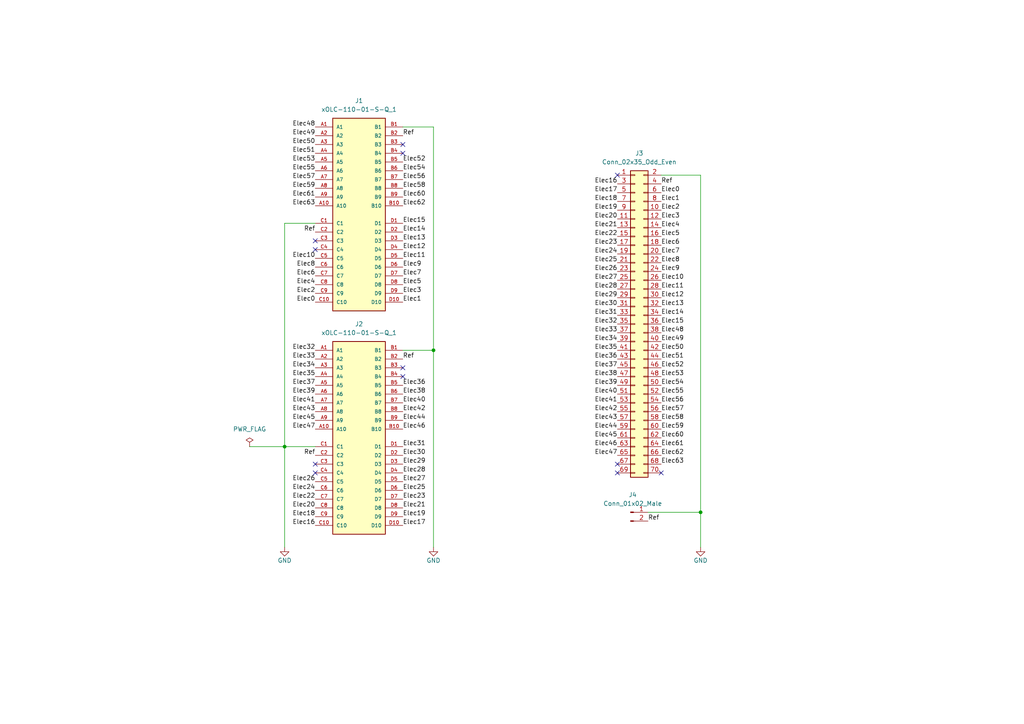
<source format=kicad_sch>
(kicad_sch (version 20231120) (generator "eeschema") (generator_version "8.0")
  (paper "A4")
  (title_block (title "EIB for Neuronexus A64 probes") (rev "B") (company "Open Ephys, Inc.") (comment 1 "Jonathan P. Newman"))
  (lib_symbols
    (symbol "Connector:Conn_01x02_Male" (pin_names (offset 1.016) hide)
      (property "Reference" "J" (at 0 2.54 0))
      (property "Value" "Conn_01x02_Male" (at 0 -5.08 0))
      (symbol "Conn_01x02_Male_1_1"
        (polyline (pts (xy 1.27 -2.54) (xy 0.8636 -2.54)) (stroke (width 0.1524)))
        (polyline (pts (xy 1.27 0) (xy 0.8636 0)) (stroke (width 0.1524)))
        (rectangle (start 0.8636 -2.413) (end 0 -2.667) (stroke (width 0.1524)) (fill (type outline)))
        (rectangle (start 0.8636 0.127) (end 0 -0.127) (stroke (width 0.1524)) (fill (type outline)))
        (pin passive line (at 5.08 0 180) (length 3.81) (name "Pin_1") (number "1"))
        (pin passive line (at 5.08 -2.54 180) (length 3.81) (name "Pin_2") (number "2"))
      )
    )
    (symbol "Connector_Generic:Conn_02x35_Odd_Even" (pin_names (offset 1.016) hide)
      (property "Reference" "J" (at 1.27 45.72 0))
      (property "Value" "Conn_02x35_Odd_Even" (at 1.27 -45.72 0))
      (symbol "Conn_02x35_Odd_Even_1_1"
        (rectangle (start -1.27 -43.053) (end 0 -43.307) (stroke (width 0.1524)))
        (rectangle (start -1.27 -40.513) (end 0 -40.767) (stroke (width 0.1524)))
        (rectangle (start -1.27 -37.973) (end 0 -38.227) (stroke (width 0.1524)))
        (rectangle (start -1.27 -35.433) (end 0 -35.687) (stroke (width 0.1524)))
        (rectangle (start -1.27 -32.893) (end 0 -33.147) (stroke (width 0.1524)))
        (rectangle (start -1.27 -30.353) (end 0 -30.607) (stroke (width 0.1524)))
        (rectangle (start -1.27 -27.813) (end 0 -28.067) (stroke (width 0.1524)))
        (rectangle (start -1.27 -25.273) (end 0 -25.527) (stroke (width 0.1524)))
        (rectangle (start -1.27 -22.733) (end 0 -22.987) (stroke (width 0.1524)))
        (rectangle (start -1.27 -20.193) (end 0 -20.447) (stroke (width 0.1524)))
        (rectangle (start -1.27 -17.653) (end 0 -17.907) (stroke (width 0.1524)))
        (rectangle (start -1.27 -15.113) (end 0 -15.367) (stroke (width 0.1524)))
        (rectangle (start -1.27 -12.573) (end 0 -12.827) (stroke (width 0.1524)))
        (rectangle (start -1.27 -10.033) (end 0 -10.287) (stroke (width 0.1524)))
        (rectangle (start -1.27 -7.493) (end 0 -7.747) (stroke (width 0.1524)))
        (rectangle (start -1.27 -4.953) (end 0 -5.207) (stroke (width 0.1524)))
        (rectangle (start -1.27 -2.413) (end 0 -2.667) (stroke (width 0.1524)))
        (rectangle (start -1.27 0.127) (end 0 -0.127) (stroke (width 0.1524)))
        (rectangle (start -1.27 2.667) (end 0 2.413) (stroke (width 0.1524)))
        (rectangle (start -1.27 5.207) (end 0 4.953) (stroke (width 0.1524)))
        (rectangle (start -1.27 7.747) (end 0 7.493) (stroke (width 0.1524)))
        (rectangle (start -1.27 10.287) (end 0 10.033) (stroke (width 0.1524)))
        (rectangle (start -1.27 12.827) (end 0 12.573) (stroke (width 0.1524)))
        (rectangle (start -1.27 15.367) (end 0 15.113) (stroke (width 0.1524)))
        (rectangle (start -1.27 17.907) (end 0 17.653) (stroke (width 0.1524)))
        (rectangle (start -1.27 20.447) (end 0 20.193) (stroke (width 0.1524)))
        (rectangle (start -1.27 22.987) (end 0 22.733) (stroke (width 0.1524)))
        (rectangle (start -1.27 25.527) (end 0 25.273) (stroke (width 0.1524)))
        (rectangle (start -1.27 28.067) (end 0 27.813) (stroke (width 0.1524)))
        (rectangle (start -1.27 30.607) (end 0 30.353) (stroke (width 0.1524)))
        (rectangle (start -1.27 33.147) (end 0 32.893) (stroke (width 0.1524)))
        (rectangle (start -1.27 35.687) (end 0 35.433) (stroke (width 0.1524)))
        (rectangle (start -1.27 38.227) (end 0 37.973) (stroke (width 0.1524)))
        (rectangle (start -1.27 40.767) (end 0 40.513) (stroke (width 0.1524)))
        (rectangle (start -1.27 43.307) (end 0 43.053) (stroke (width 0.1524)))
        (rectangle (start -1.27 44.45) (end 3.81 -44.45) (stroke (width 0.254)) (fill (type background)))
        (rectangle (start 3.81 -43.053) (end 2.54 -43.307) (stroke (width 0.1524)))
        (rectangle (start 3.81 -40.513) (end 2.54 -40.767) (stroke (width 0.1524)))
        (rectangle (start 3.81 -37.973) (end 2.54 -38.227) (stroke (width 0.1524)))
        (rectangle (start 3.81 -35.433) (end 2.54 -35.687) (stroke (width 0.1524)))
        (rectangle (start 3.81 -32.893) (end 2.54 -33.147) (stroke (width 0.1524)))
        (rectangle (start 3.81 -30.353) (end 2.54 -30.607) (stroke (width 0.1524)))
        (rectangle (start 3.81 -27.813) (end 2.54 -28.067) (stroke (width 0.1524)))
        (rectangle (start 3.81 -25.273) (end 2.54 -25.527) (stroke (width 0.1524)))
        (rectangle (start 3.81 -22.733) (end 2.54 -22.987) (stroke (width 0.1524)))
        (rectangle (start 3.81 -20.193) (end 2.54 -20.447) (stroke (width 0.1524)))
        (rectangle (start 3.81 -17.653) (end 2.54 -17.907) (stroke (width 0.1524)))
        (rectangle (start 3.81 -15.113) (end 2.54 -15.367) (stroke (width 0.1524)))
        (rectangle (start 3.81 -12.573) (end 2.54 -12.827) (stroke (width 0.1524)))
        (rectangle (start 3.81 -10.033) (end 2.54 -10.287) (stroke (width 0.1524)))
        (rectangle (start 3.81 -7.493) (end 2.54 -7.747) (stroke (width 0.1524)))
        (rectangle (start 3.81 -4.953) (end 2.54 -5.207) (stroke (width 0.1524)))
        (rectangle (start 3.81 -2.413) (end 2.54 -2.667) (stroke (width 0.1524)))
        (rectangle (start 3.81 0.127) (end 2.54 -0.127) (stroke (width 0.1524)))
        (rectangle (start 3.81 2.667) (end 2.54 2.413) (stroke (width 0.1524)))
        (rectangle (start 3.81 5.207) (end 2.54 4.953) (stroke (width 0.1524)))
        (rectangle (start 3.81 7.747) (end 2.54 7.493) (stroke (width 0.1524)))
        (rectangle (start 3.81 10.287) (end 2.54 10.033) (stroke (width 0.1524)))
        (rectangle (start 3.81 12.827) (end 2.54 12.573) (stroke (width 0.1524)))
        (rectangle (start 3.81 15.367) (end 2.54 15.113) (stroke (width 0.1524)))
        (rectangle (start 3.81 17.907) (end 2.54 17.653) (stroke (width 0.1524)))
        (rectangle (start 3.81 20.447) (end 2.54 20.193) (stroke (width 0.1524)))
        (rectangle (start 3.81 22.987) (end 2.54 22.733) (stroke (width 0.1524)))
        (rectangle (start 3.81 25.527) (end 2.54 25.273) (stroke (width 0.1524)))
        (rectangle (start 3.81 28.067) (end 2.54 27.813) (stroke (width 0.1524)))
        (rectangle (start 3.81 30.607) (end 2.54 30.353) (stroke (width 0.1524)))
        (rectangle (start 3.81 33.147) (end 2.54 32.893) (stroke (width 0.1524)))
        (rectangle (start 3.81 35.687) (end 2.54 35.433) (stroke (width 0.1524)))
        (rectangle (start 3.81 38.227) (end 2.54 37.973) (stroke (width 0.1524)))
        (rectangle (start 3.81 40.767) (end 2.54 40.513) (stroke (width 0.1524)))
        (rectangle (start 3.81 43.307) (end 2.54 43.053) (stroke (width 0.1524)))
        (pin passive line (at -5.08 43.18 0) (length 3.81) (name "Pin_1") (number "1"))
        (pin passive line (at 7.62 33.02 180) (length 3.81) (name "Pin_10") (number "10"))
        (pin passive line (at -5.08 30.48 0) (length 3.81) (name "Pin_11") (number "11"))
        (pin passive line (at 7.62 30.48 180) (length 3.81) (name "Pin_12") (number "12"))
        (pin passive line (at -5.08 27.94 0) (length 3.81) (name "Pin_13") (number "13"))
        (pin passive line (at 7.62 27.94 180) (length 3.81) (name "Pin_14") (number "14"))
        (pin passive line (at -5.08 25.4 0) (length 3.81) (name "Pin_15") (number "15"))
        (pin passive line (at 7.62 25.4 180) (length 3.81) (name "Pin_16") (number "16"))
        (pin passive line (at -5.08 22.86 0) (length 3.81) (name "Pin_17") (number "17"))
        (pin passive line (at 7.62 22.86 180) (length 3.81) (name "Pin_18") (number "18"))
        (pin passive line (at -5.08 20.32 0) (length 3.81) (name "Pin_19") (number "19"))
        (pin passive line (at 7.62 43.18 180) (length 3.81) (name "Pin_2") (number "2"))
        (pin passive line (at 7.62 20.32 180) (length 3.81) (name "Pin_20") (number "20"))
        (pin passive line (at -5.08 17.78 0) (length 3.81) (name "Pin_21") (number "21"))
        (pin passive line (at 7.62 17.78 180) (length 3.81) (name "Pin_22") (number "22"))
        (pin passive line (at -5.08 15.24 0) (length 3.81) (name "Pin_23") (number "23"))
        (pin passive line (at 7.62 15.24 180) (length 3.81) (name "Pin_24") (number "24"))
        (pin passive line (at -5.08 12.7 0) (length 3.81) (name "Pin_25") (number "25"))
        (pin passive line (at 7.62 12.7 180) (length 3.81) (name "Pin_26") (number "26"))
        (pin passive line (at -5.08 10.16 0) (length 3.81) (name "Pin_27") (number "27"))
        (pin passive line (at 7.62 10.16 180) (length 3.81) (name "Pin_28") (number "28"))
        (pin passive line (at -5.08 7.62 0) (length 3.81) (name "Pin_29") (number "29"))
        (pin passive line (at -5.08 40.64 0) (length 3.81) (name "Pin_3") (number "3"))
        (pin passive line (at 7.62 7.62 180) (length 3.81) (name "Pin_30") (number "30"))
        (pin passive line (at -5.08 5.08 0) (length 3.81) (name "Pin_31") (number "31"))
        (pin passive line (at 7.62 5.08 180) (length 3.81) (name "Pin_32") (number "32"))
        (pin passive line (at -5.08 2.54 0) (length 3.81) (name "Pin_33") (number "33"))
        (pin passive line (at 7.62 2.54 180) (length 3.81) (name "Pin_34") (number "34"))
        (pin passive line (at -5.08 0 0) (length 3.81) (name "Pin_35") (number "35"))
        (pin passive line (at 7.62 0 180) (length 3.81) (name "Pin_36") (number "36"))
        (pin passive line (at -5.08 -2.54 0) (length 3.81) (name "Pin_37") (number "37"))
        (pin passive line (at 7.62 -2.54 180) (length 3.81) (name "Pin_38") (number "38"))
        (pin passive line (at -5.08 -5.08 0) (length 3.81) (name "Pin_39") (number "39"))
        (pin passive line (at 7.62 40.64 180) (length 3.81) (name "Pin_4") (number "4"))
        (pin passive line (at 7.62 -5.08 180) (length 3.81) (name "Pin_40") (number "40"))
        (pin passive line (at -5.08 -7.62 0) (length 3.81) (name "Pin_41") (number "41"))
        (pin passive line (at 7.62 -7.62 180) (length 3.81) (name "Pin_42") (number "42"))
        (pin passive line (at -5.08 -10.16 0) (length 3.81) (name "Pin_43") (number "43"))
        (pin passive line (at 7.62 -10.16 180) (length 3.81) (name "Pin_44") (number "44"))
        (pin passive line (at -5.08 -12.7 0) (length 3.81) (name "Pin_45") (number "45"))
        (pin passive line (at 7.62 -12.7 180) (length 3.81) (name "Pin_46") (number "46"))
        (pin passive line (at -5.08 -15.24 0) (length 3.81) (name "Pin_47") (number "47"))
        (pin passive line (at 7.62 -15.24 180) (length 3.81) (name "Pin_48") (number "48"))
        (pin passive line (at -5.08 -17.78 0) (length 3.81) (name "Pin_49") (number "49"))
        (pin passive line (at -5.08 38.1 0) (length 3.81) (name "Pin_5") (number "5"))
        (pin passive line (at 7.62 -17.78 180) (length 3.81) (name "Pin_50") (number "50"))
        (pin passive line (at -5.08 -20.32 0) (length 3.81) (name "Pin_51") (number "51"))
        (pin passive line (at 7.62 -20.32 180) (length 3.81) (name "Pin_52") (number "52"))
        (pin passive line (at -5.08 -22.86 0) (length 3.81) (name "Pin_53") (number "53"))
        (pin passive line (at 7.62 -22.86 180) (length 3.81) (name "Pin_54") (number "54"))
        (pin passive line (at -5.08 -25.4 0) (length 3.81) (name "Pin_55") (number "55"))
        (pin passive line (at 7.62 -25.4 180) (length 3.81) (name "Pin_56") (number "56"))
        (pin passive line (at -5.08 -27.94 0) (length 3.81) (name "Pin_57") (number "57"))
        (pin passive line (at 7.62 -27.94 180) (length 3.81) (name "Pin_58") (number "58"))
        (pin passive line (at -5.08 -30.48 0) (length 3.81) (name "Pin_59") (number "59"))
        (pin passive line (at 7.62 38.1 180) (length 3.81) (name "Pin_6") (number "6"))
        (pin passive line (at 7.62 -30.48 180) (length 3.81) (name "Pin_60") (number "60"))
        (pin passive line (at -5.08 -33.02 0) (length 3.81) (name "Pin_61") (number "61"))
        (pin passive line (at 7.62 -33.02 180) (length 3.81) (name "Pin_62") (number "62"))
        (pin passive line (at -5.08 -35.56 0) (length 3.81) (name "Pin_63") (number "63"))
        (pin passive line (at 7.62 -35.56 180) (length 3.81) (name "Pin_64") (number "64"))
        (pin passive line (at -5.08 -38.1 0) (length 3.81) (name "Pin_65") (number "65"))
        (pin passive line (at 7.62 -38.1 180) (length 3.81) (name "Pin_66") (number "66"))
        (pin passive line (at -5.08 -40.64 0) (length 3.81) (name "Pin_67") (number "67"))
        (pin passive line (at 7.62 -40.64 180) (length 3.81) (name "Pin_68") (number "68"))
        (pin passive line (at -5.08 -43.18 0) (length 3.81) (name "Pin_69") (number "69"))
        (pin passive line (at -5.08 35.56 0) (length 3.81) (name "Pin_7") (number "7"))
        (pin passive line (at 7.62 -43.18 180) (length 3.81) (name "Pin_70") (number "70"))
        (pin passive line (at 7.62 35.56 180) (length 3.81) (name "Pin_8") (number "8"))
        (pin passive line (at -5.08 33.02 0) (length 3.81) (name "Pin_9") (number "9"))
      )
    )
    (symbol "jonnew:xOLC-110-01-S-Q_1" (pin_names (offset 1.016))
      (property "Reference" "J" (at -8.128 29.0576 0))
      (property "Value" "xOLC-110-01-S-Q_1" (at -7.62 -30.48 0))
      (symbol "xOLC-110-01-S-Q_1_0_0"
        (rectangle (start -7.62 -27.94) (end 7.62 27.94) (stroke (width 0.254)) (fill (type background)))
        (pin passive line (at -12.7 25.4 0) (length 5.08) (name "A1") (number "A1"))
        (pin passive line (at -12.7 2.54 0) (length 5.08) (name "A10") (number "A10"))
        (pin passive line (at -12.7 22.86 0) (length 5.08) (name "A2") (number "A2"))
        (pin passive line (at -12.7 20.32 0) (length 5.08) (name "A3") (number "A3"))
        (pin passive line (at -12.7 17.78 0) (length 5.08) (name "A4") (number "A4"))
        (pin passive line (at -12.7 15.24 0) (length 5.08) (name "A5") (number "A5"))
        (pin passive line (at -12.7 12.7 0) (length 5.08) (name "A6") (number "A6"))
        (pin passive line (at -12.7 10.16 0) (length 5.08) (name "A7") (number "A7"))
        (pin passive line (at -12.7 7.62 0) (length 5.08) (name "A8") (number "A8"))
        (pin passive line (at -12.7 5.08 0) (length 5.08) (name "A9") (number "A9"))
        (pin passive line (at 12.7 25.4 180) (length 5.08) (name "B1") (number "B1"))
        (pin passive line (at 12.7 2.54 180) (length 5.08) (name "B10") (number "B10"))
        (pin passive line (at 12.7 22.86 180) (length 5.08) (name "B2") (number "B2"))
        (pin passive line (at 12.7 20.32 180) (length 5.08) (name "B3") (number "B3"))
        (pin passive line (at 12.7 17.78 180) (length 5.08) (name "B4") (number "B4"))
        (pin passive line (at 12.7 15.24 180) (length 5.08) (name "B5") (number "B5"))
        (pin passive line (at 12.7 12.7 180) (length 5.08) (name "B6") (number "B6"))
        (pin passive line (at 12.7 10.16 180) (length 5.08) (name "B7") (number "B7"))
        (pin passive line (at 12.7 7.62 180) (length 5.08) (name "B8") (number "B8"))
        (pin passive line (at 12.7 5.08 180) (length 5.08) (name "B9") (number "B9"))
        (pin passive line (at -12.7 -2.54 0) (length 5.08) (name "C1") (number "C1"))
        (pin passive line (at -12.7 -25.4 0) (length 5.08) (name "C10") (number "C10"))
        (pin passive line (at -12.7 -5.08 0) (length 5.08) (name "C2") (number "C2"))
        (pin passive line (at -12.7 -7.62 0) (length 5.08) (name "C3") (number "C3"))
        (pin passive line (at -12.7 -10.16 0) (length 5.08) (name "C4") (number "C4"))
        (pin passive line (at -12.7 -12.7 0) (length 5.08) (name "C5") (number "C5"))
        (pin passive line (at -12.7 -15.24 0) (length 5.08) (name "C6") (number "C6"))
        (pin passive line (at -12.7 -17.78 0) (length 5.08) (name "C7") (number "C7"))
        (pin passive line (at -12.7 -20.32 0) (length 5.08) (name "C8") (number "C8"))
        (pin passive line (at -12.7 -22.86 0) (length 5.08) (name "C9") (number "C9"))
        (pin passive line (at 12.7 -2.54 180) (length 5.08) (name "D1") (number "D1"))
        (pin passive line (at 12.7 -25.4 180) (length 5.08) (name "D10") (number "D10"))
        (pin passive line (at 12.7 -5.08 180) (length 5.08) (name "D2") (number "D2"))
        (pin passive line (at 12.7 -7.62 180) (length 5.08) (name "D3") (number "D3"))
        (pin passive line (at 12.7 -10.16 180) (length 5.08) (name "D4") (number "D4"))
        (pin passive line (at 12.7 -12.7 180) (length 5.08) (name "D5") (number "D5"))
        (pin passive line (at 12.7 -15.24 180) (length 5.08) (name "D6") (number "D6"))
        (pin passive line (at 12.7 -17.78 180) (length 5.08) (name "D7") (number "D7"))
        (pin passive line (at 12.7 -20.32 180) (length 5.08) (name "D8") (number "D8"))
        (pin passive line (at 12.7 -22.86 180) (length 5.08) (name "D9") (number "D9"))
      )
    )
    (symbol "power:GND" (power) (pin_names (offset 0))
      (property "Value" "GND" (at 0 -3.81 0))
      (symbol "GND_0_1"
        (polyline (pts (xy 0 0) (xy 0 -1.27) (xy 1.27 -1.27) (xy 0 -2.54) (xy -1.27 -1.27) (xy 0 -1.27)))
      )
      (symbol "GND_1_1"
        (pin power_in line (at 0 0 270) (length 0) hide (name "GND") (number "1"))
      )
    )
    (symbol "power:PWR_FLAG" (power) (pin_numbers hide) (pin_names (offset 0) hide)
      (property "Value" "PWR_FLAG" (at 0 3.81 0))
      (symbol "PWR_FLAG_0_0"
        (pin power_out line (at 0 0 90) (length 0) (name "pwr") (number "1"))
      )
      (symbol "PWR_FLAG_0_1"
        (polyline (pts (xy 0 0) (xy 0 1.27) (xy -1.016 1.905) (xy 0 2.54) (xy 1.016 1.905) (xy 0 1.27)))
      )
    )
  )
  (junction (at 82.55 129.54))
  (junction (at 125.73 101.6))
  (junction (at 203.2 148.59))
  (no_connect (at 179.07 50.8))
  (no_connect (at 91.44 69.85))
  (no_connect (at 91.44 72.39))
  (no_connect (at 116.84 106.68))
  (no_connect (at 116.84 109.22))
  (no_connect (at 91.44 134.62))
  (no_connect (at 91.44 137.16))
  (no_connect (at 116.84 44.45))
  (no_connect (at 116.84 41.91))
  (no_connect (at 179.07 134.62))
  (no_connect (at 179.07 137.16))
  (no_connect (at 191.77 137.16))
  (wire (pts (xy 116.84 101.6) (xy 125.73 101.6)))
  (wire (pts (xy 82.55 64.77) (xy 82.55 129.54)))
  (wire (pts (xy 72.39 129.54) (xy 82.55 129.54)))
  (wire (pts (xy 125.73 36.83) (xy 125.73 101.6)))
  (wire (pts (xy 116.84 36.83) (xy 125.73 36.83)))
  (wire (pts (xy 191.77 50.8) (xy 203.2 50.8)))
  (wire (pts (xy 125.73 101.6) (xy 125.73 158.75)))
  (wire (pts (xy 82.55 129.54) (xy 82.55 158.75)))
  (wire (pts (xy 203.2 50.8) (xy 203.2 148.59)))
  (wire (pts (xy 187.96 148.59) (xy 203.2 148.59)))
  (wire (pts (xy 203.2 148.59) (xy 203.2 158.75)))
  (wire (pts (xy 82.55 129.54) (xy 91.44 129.54)))
  (wire (pts (xy 91.44 64.77) (xy 82.55 64.77)))
  (label "Elec58" (at 191.77 121.92 0))
  (label "Elec37" (at 91.44 111.76 180))
  (label "Elec62" (at 191.77 132.08 0))
  (label "Elec46" (at 116.84 124.46 0))
  (label "Elec5" (at 116.84 82.55 0))
  (label "Ref" (at 187.96 151.13 0))
  (label "Elec44" (at 179.07 124.46 180))
  (label "Elec30" (at 116.84 132.08 0))
  (label "Elec18" (at 91.44 149.86 180))
  (label "Elec59" (at 91.44 54.61 180))
  (label "Elec6" (at 91.44 80.01 180))
  (label "Elec50" (at 191.77 101.6 0))
  (label "Elec2" (at 91.44 85.09 180))
  (label "Elec62" (at 116.84 59.69 0))
  (label "Elec29" (at 116.84 134.62 0))
  (label "Elec49" (at 91.44 39.37 180))
  (label "Elec35" (at 179.07 101.6 180))
  (label "Elec13" (at 191.77 88.9 0))
  (label "Elec10" (at 191.77 81.28 0))
  (label "Elec13" (at 116.84 69.85 0))
  (label "Elec39" (at 179.07 111.76 180))
  (label "Elec2" (at 191.77 60.96 0))
  (label "Elec52" (at 191.77 106.68 0))
  (label "Elec15" (at 191.77 93.98 0))
  (label "Elec59" (at 191.77 124.46 0))
  (label "Elec19" (at 116.84 149.86 0))
  (label "Elec28" (at 179.07 83.82 180))
  (label "Elec21" (at 116.84 147.32 0))
  (label "Elec7" (at 116.84 80.01 0))
  (label "Elec32" (at 179.07 93.98 180))
  (label "Elec1" (at 191.77 58.42 0))
  (label "Elec40" (at 179.07 114.3 180))
  (label "Elec54" (at 116.84 49.53 0))
  (label "Elec63" (at 91.44 59.69 180))
  (label "Elec41" (at 179.07 116.84 180))
  (label "Elec60" (at 191.77 127 0))
  (label "Elec40" (at 116.84 116.84 0))
  (label "Elec8" (at 91.44 77.47 180))
  (label "Elec45" (at 179.07 127 180))
  (label "Elec9" (at 116.84 77.47 0))
  (label "Elec39" (at 91.44 114.3 180))
  (label "Elec22" (at 91.44 144.78 180))
  (label "Elec38" (at 116.84 114.3 0))
  (label "Elec61" (at 91.44 57.15 180))
  (label "Elec28" (at 116.84 137.16 0))
  (label "Ref" (at 116.84 39.37 0))
  (label "Elec55" (at 91.44 49.53 180))
  (label "Elec3" (at 116.84 85.09 0))
  (label "Elec38" (at 179.07 109.22 180))
  (label "Elec56" (at 191.77 116.84 0))
  (label "Elec16" (at 179.07 53.34 180))
  (label "Elec10" (at 91.44 74.93 180))
  (label "Elec14" (at 191.77 91.44 0))
  (label "Elec33" (at 91.44 104.14 180))
  (label "Elec36" (at 179.07 104.14 180))
  (label "Elec11" (at 191.77 83.82 0))
  (label "Elec25" (at 116.84 142.24 0))
  (label "Elec45" (at 91.44 121.92 180))
  (label "Elec7" (at 191.77 73.66 0))
  (label "Elec17" (at 179.07 55.88 180))
  (label "Elec61" (at 191.77 129.54 0))
  (label "Elec32" (at 91.44 101.6 180))
  (label "Elec3" (at 191.77 63.5 0))
  (label "Elec23" (at 179.07 71.12 180))
  (label "Elec34" (at 179.07 99.06 180))
  (label "Elec11" (at 116.84 74.93 0))
  (label "Elec41" (at 91.44 116.84 180))
  (label "Elec60" (at 116.84 57.15 0))
  (label "Elec5" (at 191.77 68.58 0))
  (label "Elec47" (at 179.07 132.08 180))
  (label "Elec25" (at 179.07 76.2 180))
  (label "Elec26" (at 91.44 139.7 180))
  (label "Elec57" (at 191.77 119.38 0))
  (label "Elec4" (at 191.77 66.04 0))
  (label "Elec31" (at 179.07 91.44 180))
  (label "Elec42" (at 116.84 119.38 0))
  (label "Elec48" (at 91.44 36.83 180))
  (label "Elec53" (at 191.77 109.22 0))
  (label "Elec12" (at 191.77 86.36 0))
  (label "Elec14" (at 116.84 67.31 0))
  (label "Elec22" (at 179.07 68.58 180))
  (label "Elec42" (at 179.07 119.38 180))
  (label "Elec23" (at 116.84 144.78 0))
  (label "Elec44" (at 116.84 121.92 0))
  (label "Elec31" (at 116.84 129.54 0))
  (label "Elec30" (at 179.07 88.9 180))
  (label "Elec17" (at 116.84 152.4 0))
  (label "Elec56" (at 116.84 52.07 0))
  (label "Ref" (at 91.44 67.31 180))
  (label "Elec20" (at 91.44 147.32 180))
  (label "Ref" (at 91.44 132.08 180))
  (label "Elec58" (at 116.84 54.61 0))
  (label "Elec57" (at 91.44 52.07 180))
  (label "Elec29" (at 179.07 86.36 180))
  (label "Elec37" (at 179.07 106.68 180))
  (label "Elec36" (at 116.84 111.76 0))
  (label "Elec50" (at 91.44 41.91 180))
  (label "Elec0" (at 91.44 87.63 180))
  (label "Elec43" (at 91.44 119.38 180))
  (label "Ref" (at 116.84 104.14 0))
  (label "Elec35" (at 91.44 109.22 180))
  (label "Elec8" (at 191.77 76.2 0))
  (label "Elec52" (at 116.84 46.99 0))
  (label "Elec24" (at 91.44 142.24 180))
  (label "Elec1" (at 116.84 87.63 0))
  (label "Elec34" (at 91.44 106.68 180))
  (label "Elec47" (at 91.44 124.46 180))
  (label "Elec46" (at 179.07 129.54 180))
  (label "Elec51" (at 91.44 44.45 180))
  (label "Elec21" (at 179.07 66.04 180))
  (label "Elec0" (at 191.77 55.88 0))
  (label "Elec27" (at 116.84 139.7 0))
  (label "Elec33" (at 179.07 96.52 180))
  (label "Elec4" (at 91.44 82.55 180))
  (label "Elec27" (at 179.07 81.28 180))
  (label "Elec19" (at 179.07 60.96 180))
  (label "Elec18" (at 179.07 58.42 180))
  (label "Ref" (at 191.77 53.34 0))
  (label "Elec63" (at 191.77 134.62 0))
  (label "Elec43" (at 179.07 121.92 180))
  (label "Elec20" (at 179.07 63.5 180))
  (label "Elec16" (at 91.44 152.4 180))
  (label "Elec54" (at 191.77 111.76 0))
  (label "Elec6" (at 191.77 71.12 0))
  (label "Elec26" (at 179.07 78.74 180))
  (label "Elec24" (at 179.07 73.66 180))
  (label "Elec9" (at 191.77 78.74 0))
  (label "Elec51" (at 191.77 104.14 0))
  (label "Elec15" (at 116.84 64.77 0))
  (label "Elec49" (at 191.77 99.06 0))
  (label "Elec55" (at 191.77 114.3 0))
  (label "Elec53" (at 91.44 46.99 180))
  (label "Elec12" (at 116.84 72.39 0))
  (label "Elec48" (at 191.77 96.52 0))
  (symbol (lib_id "jonnew:xOLC-110-01-S-Q_1") (at 104.14 62.23 0) (unit 1)
    (property "Reference" "J1" (at 104.14 29.21 0))
    (property "Value" "xOLC-110-01-S-Q_1" (at 104.14 31.75 0))
    (property "Footprint" "FOLC:SAMTEC_FOLC-110-02-S-Q-LC" (effects (hide yes)))
    (property "MANUFACTURER" "SAMTEC" (effects (hide yes)))
  )
  (symbol (lib_id "power:GND") (at 82.55 158.75 0) (unit 1)
    (property "Reference" "#PWR02" (effects (hide yes)))
    (property "Value" "GND" (at 82.55 162.56 0))
  )
  (symbol (lib_id "Connector:Conn_01x02_Male") (at 182.88 148.59 0) (unit 1)
    (property "Reference" "J4" (at 183.515 143.51 0))
    (property "Value" "Conn_01x02_Male" (at 183.515 146.05 0))
    (property "Footprint" "Connector_PinHeader_2.54mm:PinHeader_1x02_P2.54mm_Horizontal" (effects (hide yes)))
  )
  (symbol (lib_id "Connector_Generic:Conn_02x35_Odd_Even") (at 184.15 93.98 0) (unit 1)
    (property "Reference" "J3" (at 185.42 44.45 0))
    (property "Value" "Conn_02x35_Odd_Even" (at 185.42 46.99 0))
    (property "Footprint" "jonnew:HIROSE_DF40C(2.0)-70DS-0.4V(51)" (effects (hide yes)))
  )
  (symbol (lib_id "power:PWR_FLAG") (at 72.39 129.54 0) (unit 1)
    (property "Reference" "#FLG0101" (effects (hide yes)))
    (property "Value" "PWR_FLAG" (at 72.39 124.46 0))
  )
  (symbol (lib_id "power:GND") (at 203.2 158.75 0) (unit 1)
    (property "Reference" "#PWR0101" (effects (hide yes)))
    (property "Value" "GND" (at 203.2 162.56 0))
  )
  (symbol (lib_id "jonnew:xOLC-110-01-S-Q_1") (at 104.14 127 0) (unit 1)
    (property "Reference" "J2" (at 104.14 93.98 0))
    (property "Value" "xOLC-110-01-S-Q_1" (at 104.14 96.52 0))
    (property "Footprint" "FOLC:SAMTEC_FOLC-110-02-S-Q-LC" (effects (hide yes)))
    (property "MANUFACTURER" "SAMTEC" (effects (hide yes)))
  )
  (symbol (lib_id "power:GND") (at 125.73 158.75 0) (unit 1)
    (property "Reference" "#PWR01" (effects (hide yes)))
    (property "Value" "GND" (at 125.73 162.56 0))
  )
)
</source>
